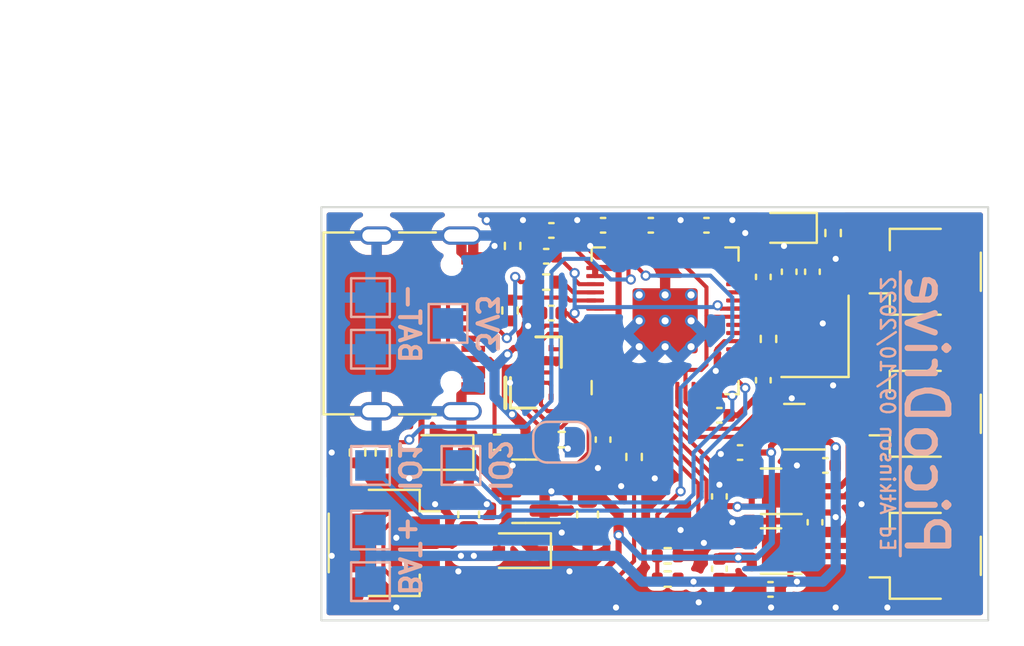
<source format=kicad_pcb>
(kicad_pcb (version 20211014) (generator pcbnew)
  (layers (0 "F.Cu" signal) (31 "B.Cu" signal) (34 "B.Paste" user) (35 "F.Paste" user) (36 "B.SilkS" user "B.Silkscreen") (37 "F.SilkS" user "F.Silkscreen") (38 "B.Mask" user) (39 "F.Mask" user) (44 "Edge.Cuts" user))
  (net 0 "")
  (net 1 "+3V3")
  (net 2 "/IBUS")
  (net 3 "GND")
  (net 4 "/M1+")
  (net 5 "/M1-")
  (net 6 "/M2+")
  (net 7 "/M2-")
  (net 8 "/M3+")
  (net 9 "/M3-")
  (net 10 "+BATT")
  (net 11 "QSPI_SS")
  (net 12 "QSPI_D1")
  (net 13 "QSPI_D2")
  (net 14 "QSPI_D0")
  (net 15 "QSPI_SCLK")
  (net 16 "QSPI_D3")
  (net 23 "+1V1")
  (net 36 "Net-(P1-PadA5)")
  (net 37 "Net-(P1-PadB5)")
  (net 38 "Net-(R4-Pad1)")
  (net 39 "USB_DP")
  (net 40 "USB_DM")
  (net 41 "Net-(R6-Pad2)")
  (net 42 "/IO_1")
  (net 43 "/IO_2")
  (net 44 "Net-(C1-Pad1)")
  (net 45 "Net-(JP1-Pad1)")
  (net 46 "Net-(R7-Pad2)")
  (net 47 "/VBUS")
  (net 48 "Net-(D3-Pad1)")
  (net 49 "Net-(D3-Pad2)")
  (net 50 "/M3B")
  (net 51 "/M3A")
  (net 52 "/M2B")
  (net 53 "/M2A")
  (net 54 "/M1B")
  (net 55 "/M1A")
  (net 56 "Net-(R5-Pad2)")
  (net 59 "Net-(C5-Pad1)")
  (net 60 "Net-(C6-Pad1)")
  (net 61 "Net-(R8-Pad2)")
  (net 62 "Net-(R10-Pad2)")
  (footprint "Package_SON:WSON-8-1EP_2x2mm_P0.5mm_EP0.9x1.6mm" (layer "F.Cu") (at 164.465 68.345 180)
    (fp_text reference "U6" hide)
    (fp_text value "DRV8837")
  )
  (footprint "Resistor_SMD:R_0402_1005Metric" (layer "F.Cu") (at 164.338 57.912 -90)
    (fp_text reference "R4" hide)
    (fp_text value "1K")
  )
  (footprint "Capacitor_SMD:C_0402_1005Metric" (layer "F.Cu") (at 161.925 69.215 -90)
    (fp_text reference "C17" hide)
    (fp_text value "100n")
  )
  (footprint "Capacitor_SMD:C_0402_1005Metric" (layer "F.Cu") (at 161.925 61.6712)
    (fp_text reference "C13" hide)
    (fp_text value "100n")
  )
  (footprint "Capacitor_SMD:C_0402_1005Metric" (layer "F.Cu") (at 156.21 52.324 180)
    (fp_text reference "C11" hide)
    (fp_text value "100n")
  )
  (footprint "Capacitor_SMD:C_0603_1608Metric" (layer "F.Cu") (at 155.448 66.548 -90)
    (fp_text reference "C3" hide)
    (fp_text value "10u")
  )
  (footprint "Resistor_SMD:R_0402_1005Metric" (layer "F.Cu") (at 153.416 55.118)
    (fp_text reference "R6" hide)
    (fp_text value "27R4")
  )
  (footprint "Capacitor_SMD:C_0402_1005Metric" (layer "F.Cu") (at 162.941 63.5 180)
    (fp_text reference "C15" hide)
    (fp_text value "100n")
  )
  (footprint "Local:8-USON" (layer "F.Cu") (at 152.908 59.563 90)
    (fp_text reference "U1" hide)
    (fp_text value "W25Q32JVSS" hide)
  )
  (footprint "Capacitor_SMD:C_0402_1005Metric" (layer "F.Cu") (at 164.437 70.231 180)
    (fp_text reference "C20" hide)
    (fp_text value "100n")
  )
  (footprint "Connector_JST:JST_SH_SM02B-SRSS-TB_1x02-1MP_P1.00mm_Horizontal" (layer "F.Cu") (at 172.085 68.58 90)
    (fp_text reference "J3" hide)
    (fp_text value "M3")
  )
  (footprint "Package_SON:WSON-8-1EP_2x2mm_P0.5mm_EP0.9x1.6mm" (layer "F.Cu") (at 165.608 62.23 180)
    (fp_text reference "U4" hide)
    (fp_text value "DRV8837")
  )
  (footprint "Resistor_SMD:R_0402_1005Metric" (layer "F.Cu") (at 151.765 53.34 -90)
    (fp_text reference "R1" hide)
    (fp_text value "5K1")
  )
  (footprint "Capacitor_SMD:C_0402_1005Metric" (layer "F.Cu") (at 164.084 59.944 -90)
    (fp_text reference "C5" hide)
    (fp_text value "27p")
  )
  (footprint "Capacitor_SMD:C_0402_1005Metric" (layer "F.Cu") (at 153.67 52.578 180)
    (fp_text reference "C14" hide)
    (fp_text value "100n")
  )
  (footprint "LED_SMD:LED_0603_1608Metric" (layer "F.Cu") (at 165.227 52.451 180)
    (fp_text reference "D3" hide)
    (fp_text value "LED GREEN")
  )
  (footprint "Resistor_SMD:R_0402_1005Metric" (layer "F.Cu") (at 159.385 68.58)
    (fp_text reference "R11" hide)
    (fp_text value "1K")
  )
  (footprint "Resistor_SMD:R_0402_1005Metric" (layer "F.Cu") (at 144.145 63.5 -90)
    (fp_text reference "R9" hide)
    (fp_text value "1K")
  )
  (footprint "Crystal:Crystal_SMD_3225-4Pin_3.2x2.5mm" (layer "F.Cu") (at 166.624 57.785 90)
    (fp_text reference "Y1" hide)
    (fp_text value "Crystal_GND2")
  )
  (footprint "Package_SON:WSON-8-1EP_2x2mm_P0.5mm_EP0.9x1.6mm" (layer "F.Cu") (at 164.465 65.405 180)
    (fp_text reference "U5" hide)
    (fp_text value "DRV8837")
  )
  (footprint "Diode_SMD:D_SOD-323" (layer "F.Cu") (at 152.146 68.326 180)
    (fp_text reference "D2" hide)
    (fp_text value "1N5819")
  )
  (footprint "Diode_SMD:D_SOD-323" (layer "F.Cu") (at 148.336 63.5 180)
    (fp_text reference "D1" hide)
    (fp_text value "1N5819")
  )
  (footprint "Connector_USB:USB_C_Receptacle_Palconn_UTC16-G" (layer "F.Cu") (at 147.32 57.15 -90)
    (fp_text reference "P1" hide)
    (fp_text value "USB_C_Plug_USB2.0")
  )
  (footprint "Local:RP2040-QFN-56" (layer "F.Cu") (at 159.258 57.023 90)
    (fp_text reference "U3" hide)
    (fp_text value "RP2040")
  )
  (footprint "Resistor_SMD:R_0402_1005Metric" (layer "F.Cu") (at 154.178 62.865)
    (fp_text reference "R3" hide)
    (fp_text value "1K")
  )
  (footprint "Connector_JST:JST_SH_SM02B-SRSS-TB_1x02-1MP_P1.00mm_Horizontal" (layer "F.Cu") (at 172.085 54.61 90)
    (fp_text reference "J1" hide)
    (fp_text value "M1")
  )
  (footprint "Resistor_SMD:R_0402_1005Metric" (layer "F.Cu") (at 151.638 56.515 90)
    (fp_text reference "R5" hide)
    (fp_text value "27R4")
  )
  (footprint "Connector_JST:JST_SH_SM02B-SRSS-TB_1x02-1MP_P1.00mm_Horizontal" (layer "F.Cu") (at 172.085 61.595 90)
    (fp_text reference "J2" hide)
    (fp_text value "M2")
  )
  (footprint "Capacitor_SMD:C_0402_1005Metric" (layer "F.Cu") (at 153.67 56.642 180)
    (fp_text reference "C7" hide)
    (fp_text value "100n")
  )
  (footprint "Resistor_SMD:R_0402_1005Metric" (layer "F.Cu") (at 167.513 52.705 -90)
    (fp_text reference "R12" hide)
    (fp_text value "220R")
  )
  (footprint "Capacitor_SMD:C_0603_1608Metric" (layer "F.Cu") (at 149.606 66.548 90)
    (fp_text reference "C1" hide)
    (fp_text value "10u")
  )
  (footprint "Capacitor_SMD:C_0402_1005Metric" (layer "F.Cu") (at 161.925 65.659 90)
    (fp_text reference "C16" hide)
    (fp_text value "100n")
  )
  (footprint "Capacitor_SMD:C_0402_1005Metric" (layer "F.Cu") (at 158.5555 52.324)
    (fp_text reference "C8" hide)
    (fp_text value "1u")
  )
  (footprint "Capacitor_SMD:C_0402_1005Metric" (layer "F.Cu") (at 166.624 66.929 -90)
    (fp_text reference "C19" hide)
    (fp_text value "100n")
  )
  (footprint "Capacitor_SMD:C_0402_1005Metric" (layer "F.Cu") (at 153.416 53.848 180)
    (fp_text reference "C2" hide)
    (fp_text value "1u")
  )
  (footprint "Resistor_SMD:R_0402_1005Metric" (layer "F.Cu") (at 151.003 62.992 180)
    (fp_text reference "R2" hide)
    (fp_text value "5K1")
  )
  (footprint "Capacitor_SMD:C_0402_1005Metric" (layer "F.Cu") (at 167.132 64.135 180)
    (fp_text reference "C18" hide)
    (fp_text value "100n")
  )
  (footprint "Capacitor_SMD:C_0402_1005Metric" (layer "F.Cu") (at 164.084 54.864 90)
    (fp_text reference "C4" hide)
    (fp_text value "100n")
  )
  (footprint "Package_TO_SOT_SMD:SOT-23" (layer "F.Cu") (at 152.4 65.405 180)
    (fp_text reference "U2" hide)
    (fp_text value "XC6206PxxxMR")
  )
  (footprint "Capacitor_SMD:C_0402_1005Metric" (layer "F.Cu") (at 165.354 54.61 90)
    (fp_text reference "C10" hide)
    (fp_text value "100n")
  )
  (footprint "Resistor_SMD:R_0402_1005Metric" (layer "F.Cu") (at 145.415 63.5 90)
    (fp_text reference "R8" hide)
    (fp_text value "3K3")
  )
  (footprint "Resistor_SMD:R_0402_1005Metric" (layer "F.Cu") (at 157.734 63.7165 90)
    (fp_text reference "R7" hide)
    (fp_text value "1K2")
  )
  (footprint "Connector_JST:JST_SH_SM03B-SRSS-TB_1x03-1MP_P1.00mm_Horizontal" (layer "F.Cu") (at 145.415 67.945 -90)
    (fp_text reference "J4" hide)
    (fp_text value "RECEIVER")
  )
  (footprint "Capacitor_SMD:C_0402_1005Metric" (layer "F.Cu") (at 161.29 52.324)
    (fp_text reference "C12" hide)
    (fp_text value "100n")
  )
  (footprint "Capacitor_SMD:C_0402_1005Metric" (layer "F.Cu") (at 156.21 62.865 -90)
    (fp_text reference "C9" hide)
    (fp_text value "100n")
  )
  (footprint "Capacitor_SMD:C_0402_1005Metric" (layer "F.Cu") (at 166.497 54.61 90)
    (fp_text reference "C6" hide)
    (fp_text value "27p")
  )
  (footprint "Resistor_SMD:R_0402_1005Metric" (layer "F.Cu") (at 159.385 69.723 180)
    (fp_text reference "R10" hide)
    (fp_text value "3K3")
  )
  (footprint "TestPoint:TestPoint_Pad_1.5x1.5mm" (layer "B.Cu") (at 144.78 55.88 180)
    (fp_text reference "TP3" hide)
    (fp_text value "BAT-")
  )
  (footprint "TestPoint:TestPoint_Pad_1.5x1.5mm" (layer "B.Cu") (at 144.78 64.135 180)
    (fp_text reference "TP5" hide)
    (fp_text value "PWM1")
  )
  (footprint "Jumper:SolderJumper-2_P1.3mm_Open_RoundedPad1.0x1.5mm" (layer "B.Cu") (at 154.178 62.992 180)
    (fp_text reference "JP1" hide)
    (fp_text value "Jumper_2_Open")
  )
  (footprint "TestPoint:TestPoint_Pad_1.5x1.5mm" (layer "B.Cu") (at 144.78 67.31 180)
    (fp_text reference "TP1" hide)
    (fp_text value "BAT+")
  )
  (footprint "TestPoint:TestPoint_Pad_1.5x1.5mm" (layer "B.Cu") (at 148.59 57.15 180)
    (fp_text reference "TP7" hide)
    (fp_text value "3V3")
  )
  (footprint "TestPoint:TestPoint_Pad_1.5x1.5mm" (layer "B.Cu") (at 144.78 58.42 180)
    (fp_text reference "TP4" hide)
    (fp_text value "BAT-")
  )
  (footprint "TestPoint:TestPoint_Pad_1.5x1.5mm" (layer "B.Cu") (at 144.78 69.85 180)
    (fp_text reference "TP2" hide)
    (fp_text value "BAT+")
  )
  (footprint "TestPoint:TestPoint_Pad_1.5x1.5mm" (layer "B.Cu") (at 149.225 64.135 180)
    (fp_text reference "TP6" hide)
    (fp_text value "PWM2")
  )
  (gr_line (start 170.815 68.58) (end 170.815 54.61) (layer "B.SilkS") (width 0.15))
  (gr_rect (start 142.367 51.435) (end 175.133 71.755) (layer "Edge.Cuts") (width 0.1) (fill none))
  (gr_text "PicoDrive" (at 172.085 61.595 270) (layer "B.SilkS") (effects (font (size 2 2) (thickness 0.3)) (justify mirror)))
  (gr_text "3V3" (at 150.495 57.15 270) (layer "B.SilkS") (effects (font (size 1 1) (thickness 0.2)) (justify mirror)))
  (gr_text "IO1" (at 146.685 64.135 270) (layer "B.SilkS") (effects (font (size 1 1) (thickness 0.2)) (justify mirror)))
  (gr_text "BAT-" (at 146.685 57.15 270) (layer "B.SilkS") (effects (font (size 1 1) (thickness 0.2)) (justify mirror)))
  (gr_text "IO2" (at 151.13 64.135 270) (layer "B.SilkS") (effects (font (size 1 1) (thickness 0.2)) (justify mirror)))
  (gr_text "BAT+" (at 146.685 68.58 270) (layer "B.SilkS") (effects (font (size 1 1) (thickness 0.2)) (justify mirror)))
  (gr_text "Ed Atkinson 09/10/2022" (at 170.18 61.595 270) (layer "B.SilkS") (effects (font (size 0.7 0.7) (thickness 0.12)) (justify mirror)))
  (segment (start 152.4 62.286172) (end 151.734523 61.620695) (width 0.5) (layer "F.Cu") (net 1))
  (segment (start 156.972 59.182) (end 156.972 56.896) (width 0.3) (layer "F.Cu") (net 1))
  (segment (start 162.6955 56.823) (end 161.344 56.823) (width 0.2) (layer "F.Cu") (net 1))
  (segment (start 156.972 56.896) (end 156.972 56.388) (width 0.3) (layer "F.Cu") (net 1))
  (segment (start 156.972 66.548) (end 156.197 65.773) (width 0.5) (layer "F.Cu") (net 1))
  (segment (start 146.74 68.945) (end 147.899 70.104) (width 0.3) (layer "F.Cu") (net 1))
  (segment (start 155.55048 63.52452) (end 155.55048 62.20548) (width 0.3) (layer "F.Cu") (net 1))
  (segment (start 156.972 68.072) (end 156.972 67.564) (width 0.3) (layer "F.Cu") (net 1))
  (segment (start 156.60848 59.907514) (end 156.60848 60.4605) (width 0.3) (layer "F.Cu") (net 1))
  (segment (start 151.683489 58.501511) (end 151.511 58.674) (width 0.3) (layer "F.Cu") (net 1))
  (segment (start 160.258 52.7885) (end 160.7225 52.324) (width 0.2) (layer "F.Cu") (net 1))
  (segment (start 156.956574 68.595426) (end 155.448 70.104) (width 0.3) (layer "F.Cu") (net 1))
  (segment (start 163.421 63.5) (end 164.465 63.5) (width 0.3) (layer "F.Cu") (net 1))
  (segment (start 152.4 62.286172) (end 152.4 63.5175) (width 0.5) (layer "F.Cu") (net 1))
  (segment (start 160.258 59.452) (end 160.274 59.436) (width 0.2) (layer "F.Cu") (net 1))
  (segment (start 162.814 66.167) (end 162.826 66.155) (width 0.3) (layer "F.Cu") (net 1))
  (segment (start 160.258 53.5855) (end 160.258 54.372) (width 0.2) (layer "F.Cu") (net 1))
  (segment (start 152.4 63.5175) (end 153.3375 64.455) (width 0.5) (layer "F.Cu") (net 1))
  (segment (start 160.258 53.5855) (end 160.258 52.7885) (width 0.2) (layer "F.Cu") (net 1))
  (segment (start 161.925 68.735) (end 161.990489 68.669511) (width 0.5) (layer "F.Cu") (net 1))
  (segment (start 153.3375 64.455) (end 154.62 64.455) (width 0.5) (layer "F.Cu") (net 1))
  (segment (start 161.344 56.823) (end 161.29 56.769) (width 0.2) (layer "F.Cu") (net 1))
  (segment (start 156.899 56.823) (end 156.972 56.896) (width 0.2) (layer "F.Cu") (net 1))
  (segment (start 147.899 70.104) (end 154.94 70.104) (width 0.3) (layer "F.Cu") (net 1))
  (segment (start 164.465 63.5) (end 164.465 63.173) (width 0.3) (layer "F.Cu") (net 1))
  (segment (start 156.658 54.188006) (end 156.658 53.5855) (width 0.2) (layer "F.Cu") (net 1))
  (segment (start 155.8205 56.423) (end 156.937 56.423) (width 0.2) (layer "F.Cu") (net 1))
  (segment (start 156.972 56.388) (end 156.972 54.864) (width 0.3) (layer "F.Cu") (net 1))
  (segment (start 164.658 62.48) (end 164.658 62.98) (width 0.3) (layer "F.Cu") (net 1))
  (segment (start 156.972 54.864) (end 156.972 54.502006) (width 0.3) (layer "F.Cu") (net 1))
  (segment (start 161.036 59.436) (end 161.29 59.182) (width 0.2) (layer "F.Cu") (net 1))
  (segment (start 156.892994 54.423) (end 156.658 54.188006) (width 0.3) (layer "F.Cu") (net 1))
  (segment (start 155.55048 62.20548) (end 155.6425 62.2975) (width 0.3) (layer "F.Cu") (net 1))
  (segment (start 155.448 70.104) (end 154.94 70.104) (width 0.3) (layer "F.Cu") (net 1))
  (segment (start 160.258 61.0035) (end 160.9765 61.722) (width 0.2) (layer "F.Cu") (net 1))
  (segment (start 154.2375 52.8915) (end 155.769 54.423) (width 0.2) (layer "F.Cu") (net 1))
  (segment (start 162.6955 56.823) (end 163.822141 56.823) (width 0.2) (layer "F.Cu") (net 1))
  (segment (start 160.274 59.436) (end 157.226 59.436) (width 0.3) (layer "F.Cu") (net 1))
  (segment (start 162.786 66.139) (end 162.814 66.167) (width 0.3) (layer "F.Cu") (net 1))
  (segment (start 163.515 65.655) (end 163.515 66.155) (width 0.3) (layer "F.Cu") (net 1))
  (segment (start 163.515 69.095) (end 163.515 68.669511) (width 0.5) (layer "F.Cu") (net 1))
  (segment (start 156.658 52.4435) (end 156.7775 52.324) (width 0.2) (layer "F.Cu") (net 1))
  (segment (start 156.60848 52.49302) (end 156.7775 52.324) (width 0.3) (layer "F.Cu") (net 1))
  (segment (start 160.258 60.4605) (end 160.258 59.452) (width 0.2) (layer "F.Cu") (net 1))
  (segment (start 161.990489 68.669511) (end 162.851489 68.669511) (width 0.5) (layer "F.Cu") (net 1))
  (segment (start 152.158 58.363) (end 151.822 58.363) (width 0.3) (layer "F.Cu") (net 1))
  (segment (start 164.465 63.173) (end 164.658 62.98) (width 0.3) (layer "F.Cu") (net 1))
  (segment (start 157.988 52.324) (end 156.7775 52.324) (width 0.3) (layer "F.Cu") (net 1))
  (segment (start 165.354 55.291141) (end 165.354 55.1775) (width 0.2) (layer "F.Cu") (net 1))
  (segment (start 160.29 54.372) (end 160.258 54.372) (width 0.2) (layer "F.Cu") (net 1))
  (segment (start 156.972 54.502006) (end 156.892994 54.423) (width 0.3) (layer "F.Cu") (net 1))
  (segment (start 160.258 60.4605) (end 160.258 61.0035) (width 0.2) (layer "F.Cu") (net 1))
  (segment (start 155.55048 62.20548) (end 155.55048 60.965514) (width 0.3) (layer "F.Cu") (net 1))
  (segment (start 161.29 57.15) (end 161.29 56.769) (width 0.2) (layer "F.Cu") (net 1))
  (segment (start 156.60848 54.138486) (end 156.60848 52.49302) (width 0.3) (layer "F.Cu") (net 1))
  (segment (start 161.29 56.769) (end 161.29 55.372) (width 0.2) (layer "F.Cu") (net 1))
  (segment (start 155.8205 54.423) (end 156.892994 54.423) (width 0.3) (layer "F.Cu") (net 1))
  (segment (start 161.925 66.139) (end 162.786 66.139) (width 0.3) (layer "F.Cu") (net 1))
  (segment (start 154.2375 52.578) (end 154.2375 52.8915) (width 0.2) (layer "F.Cu") (net 1))
  (segment (start 157.099 59.416994) (end 156.60848 59.907514) (width 0.3) (layer "F.Cu") (net 1))
  (segment (start 163.822141 56.823) (end 165.354 55.291141) (width 0.2) (layer "F.Cu") (net 1))
  (segment (start 161.29 59.182) (end 161.29 57.15) (width 0.2) (layer "F.Cu") (net 1))
  (segment (start 154.62 64.455) (end 155.448 65.283) (width 0.5) (layer "F.Cu") (net 1))
  (segment (start 155.769 54.423) (end 155.8205 54.423) (width 0.2) (layer "F.Cu") (net 1))
  (segment (start 161.29 55.372) (end 160.29 54.372) (width 0.2) (layer "F.Cu") (net 1))
  (segment (start 161.7385 61.722) (end 160.9765 61.722) (width 0.2) (layer "F.Cu") (net 1))
  (segment (start 156.972 68.58) (end 156.956574 68.595426) (width 0.3) (layer "F.Cu") (net 1))
  (segment (start 155.448 65.773) (end 156.197 65.773) (width 0.5) (layer "F.Cu") (net 1))
  (segment (start 155.8205 56.823) (end 156.899 56.823) (width 0.2) (layer "F.Cu") (net 1))
  (segment (start 155.8205 54.423) (end 155.8205 54.77348) (width 0.3) (layer "F.Cu") (net 1))
  (segment (start 156.972 68.072) (end 156.972 68.58) (width 0.3) (layer "F.Cu") (net 1))
  (segment (start 160.274 59.436) (end 161.036 59.436) (width 0.2) (layer "F.Cu") (net 1))
  (segment (start 151.822 58.363) (end 151.683489 58.501511) (width 0.3) (layer "F.Cu") (net 1))
  (segment (start 162.851489 68.669511) (end 163.515 68.669511) (width 0.5) (layer "F.Cu") (net 1))
  (segment (start 157.099 59.309) (end 156.972 59.182) (width 0.3) (layer "F.Cu") (net 1))
  (segment (start 155.55048 60.965514) (end 156.60848 59.907514) (width 0.3) (layer "F.Cu") (net 1))
  (segment (start 156.937 56.423) (end 156.972 56.388) (width 0.2) (layer "F.Cu") (net 1))
  (segment (start 155.55048 63.52452) (end 154.62 64.455) (width 0.3) (layer "F.Cu") (net 1))
  (segment (start 156.972 66.548) (end 156.972 67.564) (width 0.5) (layer "F.Cu") (net 1))
  (segment (start 155.6425 62.2975) (end 156.21 62.2975) (width 0.3) (layer "F.Cu") (net 1))
  (segment (start 157.099 59.309) (end 157.099 59.416994) (width 0.3) (layer "F.Cu") (net 1))
  (segment (start 155.448 65.773) (end 155.448 65.283) (width 0.5) (layer "F.Cu") (net 1))
  (segment (start 162.826 66.155) (end 163.515 66.155) (width 0.3) (layer "F.Cu") (net 1))
  (segment (start 157.226 59.436) (end 157.099 59.309) (width 0.3) (layer "F.Cu") (net 1))
  (segment (start 155.273 65.598) (end 155.448 65.773) (width 0.5) (layer "F.Cu") (net 1))
  (via (at 162.814 66.167) (size 0.5) (drill 0.3) (layers "F.Cu" "B.Cu") (net 1))
  (via (at 151.736108 61.619111) (size 0.5) (drill 0.3) (layers "F.Cu" "B.Cu") (net 1))
  (via (at 151.511 58.674) (size 0.5) (drill 0.3) (layers "F.Cu" "B.Cu") (net 1))
  (via (at 162.851489 68.669511) (size 0.5) (drill 0.3) (layers "F.Cu" "B.Cu") (net 1))
  (via (at 164.465 63.5) (size 0.5) (drill 0.3) (layers "F.Cu" "B.Cu") (net 1))
  (via (at 156.972 67.564) (size 0.5) (drill 0.3) (layers "F.Cu" "B.Cu") (net 1))
  (segment (start 163.755915 68.669511) (end 163.964713 68.460713) (width 0.3) (layer "B.Cu") (net 1))
  (segment (start 164.501947 63.536947) (end 164.465 63.5) (width 0.3) (layer "B.Cu") (net 1))
  (segment (start 150.876 59.309) (end 150.876 60.759003) (width 0.5) (layer "B.Cu") (net 1))
  (segment (start 162.814 66.167) (end 164.411894 66.167) (width 0.3) (layer "B.Cu") (net 1))
  (segment (start 164.501947 66.638053) (end 164.501947 66.076947) (width 0.3) (layer "B.Cu") (net 1))
  (segment (start 163.964713 68.460713) (end 164.501947 67.923479) (width 0.3) (layer "B.Cu") (net 1))
  (segment (start 162.851489 68.669511) (end 163.755915 68.669511) (width 0.3) (layer "B.Cu") (net 1))
  (segment (start 164.411894 66.167) (end 164.501947 66.076947) (width 0.3) (layer "B.Cu") (net 1))
  (segment (start 164.501947 67.923479) (end 164.501947 66.638053) (width 0.3) (layer "B.Cu") (net 1))
  (segment (start 151.511 58.674) (end 150.876 59.309) (width 0.5) (layer "B.Cu") (net 1))
  (segment (start 158.077511 68.669511) (end 162.851489 68.669511) (width 0.3) (layer "B.Cu") (net 1))
  (segment (start 150.749 59.309) (end 150.876 59.309) (width 0.5) (layer "B.Cu") (net 1))
  (segment (start 148.59 57.15) (end 150.749 59.309) (width 0.5) (layer "B.Cu") (net 1))
  (segment (start 164.501947 66.638053) (end 164.501947 63.536947) (width 0.3) (layer "B.Cu") (net 1))
  (segment (start 163.83 68.595426) (end 163.964713 68.460713) (width 0.3) (layer "B.Cu") (net 1))
  (segment (start 156.972 67.564) (end 158.077511 68.669511) (width 0.3) (layer "B.Cu") (net 1))
  (segment (start 150.876 60.759003) (end 151.736108 61.619111) (width 0.5) (layer "B.Cu") (net 1))
  (segment (start 157.058 60.4605) (end 157.058 63.638) (width 0.2) (layer "F.Cu") (net 2))
  (segment (start 145.415 69.215) (end 145.415 67.31) (width 0.2) (layer "F.Cu") (net 2))
  (segment (start 157.058 63.638) (end 157.734 64.314) (width 0.2) (layer "F.Cu") (net 2))
  (segment (start 157.734 64.314) (end 157.734 68.834) (width 0.2) (layer "F.Cu") (net 2))
  (segment (start 155.956 70.612) (end 146.812 70.612) (width 0.2) (layer "F.Cu") (net 2))
  (segment (start 145.78 66.945) (end 146.74 66.945) (width 0.2) (layer "F.Cu") (net 2))
  (segment (start 145.415 67.31) (end 145.78 66.945) (width 0.2) (layer "F.Cu") (net 2))
  (segment (start 146.812 70.612) (end 145.415 69.215) (width 0.2) (layer "F.Cu") (net 2))
  (segment (start 157.734 68.834) (end 155.956 70.612) (width 0.2) (layer "F.Cu") (net 2))
  (segment (start 165.735 62.357) (end 165.608 62.23) (width 0.3) (layer "F.Cu") (net 3))
  (segment (start 165.735 64.135) (end 165.735 64.335) (width 0.3) (layer "F.Cu") (net 3))
  (segment (start 164.465 65.405) (end 164.465 68.345) (width 0.3) (layer "F.Cu") (net 3))
  (segment (start 165.415 67.595) (end 164.840978 67.595) (width 0.3) (layer "F.Cu") (net 3))
  (segment (start 165.354 53.594) (end 165.1 53.34) (width 0.2) (layer "F.Cu") (net 3))
  (segment (start 162.6955 58.023) (end 162.163705 58.023) (width 0.2) (layer "F.Cu") (net 3))
  (segment (start 162.405 61.6712) (end 162.8368 61.6712) (width 0.3) (layer "F.Cu") (net 3))
  (segment (start 153.658 60.21) (end 153.67 60.198) (width 0.2) (layer "F.Cu") (net 3))
  (segment (start 164.493 60.833) (end 164.084 60.424) (width 0.3) (layer "F.Cu") (net 3))
  (segment (start 165.354 54.13) (end 165.354 53.594) (width 0.2) (layer "F.Cu") (net 3))
  (segment (start 151.765 52.83) (end 152.938 52.83) (width 0.5) (layer "F.Cu") (net 3))
  (segment (start 153.67 60.198) (end 153.543 60.071) (width 0.2) (layer "F.Cu") (net 3))
  (segment (start 153.162 56.642) (end 152.527 57.277) (width 0.2) (layer "F.Cu") (net 3))
  (segment (start 150.266 53.95) (end 150.876 53.34) (width 0.3) (layer "F.Cu") (net 3))
  (segment (start 151.386 52.83) (end 150.876 53.34) (width 0.3) (layer "F.Cu") (net 3))
  (segment (start 164.465 67.970978) (end 164.465 68.345) (width 0.3) (layer "F.Cu") (net 3))
  (segment (start 166.128 61.48) (end 165.481 60.833) (width 0.3) (layer "F.Cu") (net 3))
  (segment (start 165.608 62.23) (end 165.608 60.96) (width 0.3) (layer "F.Cu") (net 3))
  (segment (start 153.19 56.642) (end 153.162 56.642) (width 0.2) (layer "F.Cu") (net 3))
  (segment (start 149.83 53.95) (end 150.266 53.95) (width 0.3) (layer "F.Cu") (net 3))
  (segment (start 165.735 64.135) (end 165.735 62.357) (width 0.3) (layer "F.Cu") (net 3))
  (segment (start 152.936 53.848) (end 152.936 52.832) (width 0.5) (layer "F.Cu") (net 3))
  (segment (start 152.938 52.83) (end 153.19 52.578) (width 0.5) (layer "F.Cu") (net 3))
  (segment (start 162.8368 61.6712) (end 164.084 60.424) (width 0.3) (layer "F.Cu") (net 3))
  (segment (start 165.1 54.2965) (end 165.354 54.0425) (width 0.3) (layer "F.Cu") (net 3))
  (segment (start 164.465 64.897) (end 164.707 64.655) (width 0.3) (layer "F.Cu") (net 3))
  (segment (start 165.42 62.48) (end 165.42 62.98) (width 0.3) (layer "F.Cu") (net 3))
  (segment (start 161.798 59.43602) (end 161.747212 59.486808) (width 0.2) (layer "F.Cu") (net 3))
  (segment (start 159.766 52.324) (end 160.02 52.07) (width 0.2) (layer "F.Cu") (net 3))
  (segment (start 165.608 60.96) (end 165.481 60.833) (width 0.3) (layer "F.Cu") (net 3))
  (segment (start 161.798 58.388705) (end 161.798 59.43602) (width 0.2) (layer "F.Cu") (net 3))
  (segment (start 164.707 64.655) (end 165.415 64.655) (width 0.3) (layer "F.Cu") (net 3))
  (segment (start 164.840978 67.595) (end 164.465 67.970978) (width 0.3) (layer "F.Cu") (net 3))
  (segment (start 166.558 61.48) (end 166.128 61.48) (width 0.3) (layer "F.Cu") (net 3))
  (segment (start 153.543 60.071) (end 151.638 60.071) (width 0.2) (layer "F.Cu") (net 3))
  (segment (start 162.163705 58.023) (end 161.798 58.388705) (width 0.2) (layer "F.Cu") (net 3))
  (segment (start 164.084 54.384) (end 165.1 54.384) (width 0.2) (layer "F.Cu") (net 3))
  (segment (start 165.481 60.833) (end 164.493 60.833) (width 0.3) (layer "F.Cu") (net 3))
  (segment (start 165.735 64.335) (end 165.415 64.655) (width 0.3) (layer "F.Cu") (net 3))
  (segment (start 152.936 52.832) (end 153.19 52.578) (width 0.5) (layer "F.Cu") (net 3))
  (segment (start 159.123 52.324) (end 159.766 52.324) (width 0.2) (layer "F.Cu") (net 3))
  (segment (start 166.652 64.135) (end 165.735 64.135) (width 0.3) (layer "F.Cu") (net 3))
  (segment (start 151.765 52.83) (end 151.386 52.83) (width 0.3) (layer "F.Cu") (net 3))
  (segment (start 164.465 65.405) (end 164.465 64.897) (width 0.3) (layer "F.Cu") (net 3))
  (segment (start 153.658 60.763) (end 153.658 60.21) (width 0.2) (layer "F.Cu") (net 3))
  (segment (start 165.1 54.384) (end 165.354 54.13) (width 0.2) (layer "F.Cu") (net 3))
  (via (at 162.56 66.929) (size 0.5) (drill 0.3) (layers "F.Cu" "B.Cu") (net 3))
  (via (at 165.735 64.135) (size 0.5) (drill 0.3) (layers "F.Cu" "B.Cu") (net 3))
  (via (at 167.513 60.198) (size 0.5) (drill 0.3) (layers "F.Cu" "B.Cu") (net 3))
  (via (at 146.05 67.691) (size 0.5) (drill 0.3) (layers "F.Cu" "B.Cu") (net 3))
  (via (at 165.481 60.833) (size 0.5) (drill 0.3) (layers "F.Cu" "B.Cu") (net 3))
  (via (at 167.64 71.12) (size 0.5) (drill 0.3) (layers "F.Cu" "B.Cu") (net 3))
  (via (at 150.876 53.34) (size 0.5) (drill 0.3) (layers "F.Cu" "B.Cu") (net 3))
  (via (at 142.875 63.5) (size 0.5) (drill 0.3) (layers "F.Cu" "B.Cu") (net 3))
  (via (at 170.18 71.12) (size 0.5) (drill 0.3) (layers "F.Cu" "B.Cu") (net 3))
  (via (at 161.163 67.945) (size 0.5) (drill 0.3) (layers "F.Cu" "B.Cu") (net 3))
  (via (at 154.559 69.342) (size 0.5) (drill 0.3) (layers "F.Cu" "B.Cu") (net 3))
  (via (at 150.495 52.07) (size 0.5) (drill 0.3) (layers "F.Cu" "B.Cu") (net 3))
  (via (at 151.638 60.071) (size 0.5) (drill 0.3) (layers "F.Cu" "B.Cu") (net 3))
  (via (at 156.845 71.12) (size 0.5) (drill 0.3) (layers "F.Cu" "B.Cu") (net 3))
  (via (at 154.94 52.07) (size 0.5) (drill 0.3) (layers "F.Cu" "B.Cu") (net 3))
  (via (at 142.875 68.58) (size 0.5) (drill 0.3) (layers "F.Cu" "B.Cu") (net 3))
  (via (at 147.955 66.04) (size 0.5) (drill 0.3) (layers "F.Cu" "B.Cu") (net 3))
  (via (at 160.02 67.31) (size 0.5) (drill 0.3) (layers "F.Cu" "B.Cu") (net 3))
  (via (at 163.195 52.705) (size 0.5) (drill 0.3) (layers "F.Cu" "B.Cu") (net 3))
  (via (at 155.575 53.34) (size 0.5) (drill 0.3) (layers "F.Cu" "B.Cu") (net 3))
  (via (at 161.747212 59.486808) (size 0.5) (drill 0.3) (layers "F.Cu" "B.Cu") (net 3))
  (via (at 158.75 64.77) (size 0.5) (drill 0.3) (layers "F.Cu" "B.Cu") (net 3))
  (via (at 154.178 67.437) (size 0.5) (drill 0.3) (layers "F.Cu" "B.Cu") (net 3))
  (via (at 152.527 57.277) (size 0.5) (drill 0.3) (layers "F.Cu" "B.Cu") (net 3))
  (via (at 153.67 65.405) (size 0.5) (drill 0.3) (layers "F.Cu" "B.Cu") (net 3))
  (via (at 157.099 65.151) (size 0.5) (drill 0.3) (layers "F.Cu" "B.Cu") (net 3))
  (via (at 165.1 53.34) (size 0.5) (drill 0.3) (layers "F.Cu" "B.Cu") (net 3))
  (via (at 146.685 64.77) (size 0.5) (drill 0.3) (layers "F.Cu" "B.Cu") (net 3))
  (via (at 162.56 52.07) (size 0.5) (drill 0.3) (layers "F.Cu" "B.Cu") (net 3))
  (via (at 164.465 71.12) (size 0.5) (drill 0.3) (layers "F.Cu" "B.Cu") (net 3))
  (via (at 168.91 66.04) (size 0.5) (drill 0.3) (layers "F.Cu" "B.Cu") (net 3))
  (via (at 160.02 52.07) (size 0.5) (drill 0.3) (layers "F.Cu" "B.Cu") (net 3))
  (via (at 160.909 70.866) (size 0.5) (drill 0.3) (layers "F.Cu" "B.Cu") (net 3))
  (via (at 161.996056 63.571056) (size 0.5) (drill 0.3) (layers "F.Cu" "B.Cu") (net 3))
  (via (at 150.495 66.04) (size 0.5) (drill 0.3) (layers "F.Cu" "B.Cu") (net 3))
  (via (at 155.956 64.262) (size 0.5) (drill 0.3) (layers "F.Cu" "B.Cu") (net 3))
  (via (at 167.64 53.975) (size 0.5) (drill 0.3) (layers "F.Cu" "B.Cu") (net 3))
  (via (at 151.765 64.135) (size 0.5) (drill 0.3) (layers "F.Cu" "B.Cu") (net 3))
  (via (at 167.005 57.15) (size 0.5) (drill 0.3) (layers "F.Cu" "B.Cu") (net 3))
  (via (at 161.926757 65.084019) (size 0.5) (drill 0.3) (layers "F.Cu" "B.Cu") (net 3))
  (via (at 146.05 71.12) (size 0.5) (drill 0.3) (layers "F.Cu" "B.Cu") (net 3))
  (via (at 149.098 69.342) (size 0.5) (drill 0.3) (layers "F.Cu" "B.Cu") (net 3))
  (via (at 152.273 52.07) (size 0.5) (drill 0.3) (layers "F.Cu" "B.Cu") (net 3))
  (segment (start 166.558 62.48) (end 167.318573 62.48) (width 0.3) (layer "F.Cu") (net 4))
  (segment (start 169.40952 59.055001) (end 169.40952 55.78548) (width 0.3) (layer "F.Cu") (net 4))
  (segment (start 168.068093 61.730479) (end 168.068092 61.238336) (width 0.3) (layer "F.Cu") (net 4))
  (segment (start 169.409519 59.896909) (end 169.40952 59.055001) (width 0.3) (layer "F.Cu") (net 4))
  (segment (start 167.318573 62.48) (end 168.068093 61.730479) (width 0.3) (layer "F.Cu") (net 4))
  (segment (start 168.068092 61.238336) (end 169.409519 59.896909) (width 0.3) (layer "F.Cu") (net 4))
  (segment (start 169.40952 55.78548) (end 170.085 55.11) (width 0.3) (layer "F.Cu") (net 4))
  (segment (start 168.91 54.803573) (end 169.603573 54.11) (width 0.3) (layer "F.Cu") (net 5))
  (segment (start 169.603573 54.11) (end 170.085 54.11) (width 0.3) (layer "F.Cu") (net 5))
  (segment (start 167.157511 61.930489) (end 167.161656 61.930489) (width 0.3) (layer "F.Cu") (net 5))
  (segment (start 167.568573 61.523572) (end 167.568573 61.031427) (width 0.3) (layer "F.Cu") (net 5))
  (segment (start 167.568573 61.031427) (end 168.91 59.69) (width 0.3) (layer "F.Cu") (net 5))
  (segment (start 167.108 61.98) (end 167.157511 61.930489) (width 0.3) (layer "F.Cu") (net 5))
  (segment (start 166.558 61.98) (end 167.108 61.98) (width 0.3) (layer "F.Cu") (net 5))
  (segment (start 168.91 59.69) (end 168.91 54.803573) (width 0.3) (layer "F.Cu") (net 5))
  (segment (start 167.161656 61.930489) (end 167.568573 61.523572) (width 0.3) (layer "F.Cu") (net 5))
  (segment (start 168.77452 62.436908) (end 169.116428 62.095) (width 0.3) (layer "F.Cu") (net 6))
  (segment (start 168.096427 65.655) (end 168.77452 64.976907) (width 0.3) (layer "F.Cu") (net 6))
  (segment (start 165.415 65.655) (end 168.096427 65.655) (width 0.3) (layer "F.Cu") (net 6))
  (segment (start 169.116428 62.095) (end 170.085 62.095) (width 0.3) (layer "F.Cu") (net 6))
  (segment (start 168.77452 64.976907) (end 168.77452 62.436908) (width 0.3) (layer "F.Cu") (net 6))
  (segment (start 168.275 62.23) (end 169.41 61.095) (width 0.3) (layer "F.Cu") (net 7))
  (segment (start 167.89 65.155) (end 168.275 64.77) (width 0.3) (layer "F.Cu") (net 7))
  (segment (start 165.415 65.155) (end 167.89 65.155) (width 0.3) (layer "F.Cu") (net 7))
  (segment (start 168.275 64.77) (end 168.275 62.23) (width 0.3) (layer "F.Cu") (net 7))
  (segment (start 169.41 61.095) (end 170.085 61.095) (width 0.3) (layer "F.Cu") (net 7))
  (segment (start 168.745 69.08) (end 170.085 69.08) (width 0.3) (layer "F.Cu") (net 8))
  (segment (start 165.415 68.595) (end 168.26 68.595) (width 0.3) (layer "F.Cu") (net 8))
  (segment (start 168.26 68.595) (end 168.745 69.08) (width 0.3) (layer "F.Cu") (net 8))
  (segment (start 170.085 68.08) (end 170.07 68.095) (width 0.2) (layer "F.Cu") (net 9))
  (segment (start 170.07 68.095) (end 165.415 68.095) (width 0.3) (layer "F.Cu") (net 9))
  (segment (start 149.225 68.58) (end 150.842 68.58) (width 0.5) (layer "F.Cu") (net 10))
  (segment (start 166.624 66.449) (end 165.709 66.449) (width 0.3) (layer "F.Cu") (net 10))
  (segment (start 165.415 69.733) (end 165.618 69.733) (width 0.3) (layer "F.Cu") (net 10))
  (segment (start 167.64 63.246) (end 167.64 64.361) (width 0.5) (layer "F.Cu") (net 10))
  (segment (start 149.86 68.58) (end 149.225 68.58) (width 0.5) (layer "F.Cu") (net 10))
  (segment (start 167.414 66.449) (end 167.64 66.675) (width 0.3) (layer "F.Cu") (net 10))
  (segment (start 165.415 69.733) (end 164.917 70.231) (width 0.3) (layer "F.Cu") (net 10))
  (segment (start 166.558 62.98) (end 167.374 62.98) (width 0.3) (layer "F.Cu") (net 10))
  (segment (start 160.022 69.85) (end 159.895 69.723) (width 0.2) (layer "F.Cu") (net 10))
  (segment (start 160.655 69.85) (end 160.022 69.85) (width 0.2) (layer "F.Cu") (net 10))
  (segment (start 167.374 62.98) (end 167.64 63.246) (width 0.3) (layer "F.Cu") (net 10))
  (segment (start 165.618 69.733) (end 165.735 69.85) (width 0.3) (layer "F.Cu") (net 10))
  (segment (start 150.842 68.58) (end 151.096 68.326) (width 0.5) (layer "F.Cu") (net 10))
  (segment (start 165.709 66.449) (end 165.415 66.155) (width 0.3) (layer "F.Cu") (net 10))
  (segment (start 165.415 69.095) (end 165.415 69.733) (width 0.3) (layer "F.Cu") (net 10))
  (segment (start 166.624 66.449) (end 167.414 66.449) (width 0.3) (layer "F.Cu") (net 10))
  (via (at 149.86 68.58) (size 0.5) (drill 0.3) (layers "F.Cu" "B.Cu") (net 10))
  (via (at 149.225 68.58) (size 0.5) (drill 0.3) (layers "F.Cu" "B.Cu") (net 10))
  (via (at 167.64 66.675) (size 0.5) (drill 0.3) (layers "F.Cu" "B.Cu") (net 10))
  (via (at 167.64 63.246) (size 0.5) (drill 0.3) (layers "F.Cu" "B.Cu") (net 10))
  (via (at 160.655 69.85) (size 0.5) (drill 0.3) (layers "F.Cu" "B.Cu") (net 10))
  (via (at 165.735 69.85) (size 0.5) (drill 0.3) (layers "F.Cu" "B.Cu") (net 10))
  (segment (start 149.225 68.58) (end 156.845 68.58) (width 0.5) (layer "B.Cu") (net 10))
  (segment (start 144.78 67.31) (end 144.78 68.58) (width 0.5) (layer "B.Cu") (net 10))
  (segment (start 167.005 69.85) (end 165.735 69.85) (width 0.5) (layer "B.Cu") (net 10))
  (segment (start 144.78 68.58) (end 144.78 69.85) (width 0.5) (layer "B.Cu") (net 10))
  (segment (start 149.86 68.58) (end 144.78 68.58) (width 0.5) (layer "B.Cu") (net 10))
  (segment (start 167.64 63.246) (end 167.64 66.675) (width 0.5) (layer "B.Cu") (net 10))
  (segment (start 165.735 69.85) (end 160.655 69.85) (width 0.5) (layer "B.Cu") (net 10))
  (segment (start 149.86 68.58) (end 149.225 68.58) (width 0.5) (layer "B.Cu") (net 10))
  (segment (start 156.845 68.58) (end 158.115 69.85) (width 0.5) (layer "B.Cu") (net 10))
  (segment (start 167.64 66.675) (end 167.64 69.215) (width 0.5) (layer "B.Cu") (net 10))
  (segment (start 167.64 69.215) (end 167.005 69.85) (width 0.5) (layer "B.Cu") (net 10))
  (segment (start 158.115 69.85) (end 160.655 69.85) (width 0.5) (layer "B.Cu") (net 10))
  (segment (start 152.158 61.267034) (end 152.379483 61.488517) (width 0.2) (layer "F.Cu") (net 11))
  (segment (start 155.8205 59.623) (end 155.318006 59.623) (width 0.2) (layer "F.Cu") (net 11))
  (segment (start 152.379483 61.488517) (end 153.158005 62.267039) (width 0.2) (layer "F.Cu") (net 11))
  (segment (start 153.88696 62.26704) (end 153.63296 62.26704) (width 0.2) (layer "F.Cu") (net 11))
  (segment (start 155.318006 59.623) (end 154.977039 59.963967) (width 0.2) (layer "F.Cu") (net 11))
  (segment (start 154.157994 62.26704) (end 153.88696 62.26704) (width 0.2) (layer "F.Cu") (net 11))
  (segment (start 154.97704 61.447994) (end 154.157994 62.26704) (width 0.2) (layer "F.Cu") (net 11))
  (segment (start 153.5805 62.3195) (end 153.5805 62.865) (width 0.2) (layer "F.Cu") (net 11))
  (segment (start 153.63296 62.26704) (end 153.158005 62.267039) (width 0.2) (layer "F.Cu") (net 11))
  (segment (start 154.977039 59.963967) (end 154.97704 61.447994) (width 0.2) (layer "F.Cu") (net 11))
  (segment (start 152.158 60.763) (end 152.158 61.267034) (width 0.2) (layer "F.Cu") (net 11))
  (segment (start 153.63296 62.26704) (end 153.5805 62.3195) (width 0.2) (layer "F.Cu") (net 11))
  (segment (start 152.658 60.763) (end 152.658 61.202028) (width 0.2) (layer "F.Cu") (net 12))
  (segment (start 155.153 59.223) (end 155.8205 59.223) (width 0.2) (layer "F.Cu") (net 12))
  (segment (start 153.992508 61.86752) (end 154.57752 61.282508) (width 0.2) (layer "F.Cu") (net 12))
  (segment (start 154.577519 59.798481) (end 155.153 59.223) (width 0.2) (layer "F.Cu") (net 12))
  (segment (start 152.658 61.202028) (end 153.323492 61.86752) (width 0.2) (layer "F.Cu") (net 12))
  (segment (start 153.323492 61.86752) (end 153.992508 61.86752) (width 0.2) (layer "F.Cu") (net 12))
  (segment (start 154.57752 61.282508) (end 154.577519 59.798481) (width 0.2) (layer "F.Cu") (net 12))
  (segment (start 155.8205 58.823) (end 154.918 58.823) (width 0.2) (layer "F.Cu") (net 13))
  (segment (start 153.158 61.137022) (end 153.158 60.763) (width 0.2) (layer "F.Cu") (net 13))
  (segment (start 153.827022 61.468) (end 153.488978 61.468) (width 0.2) (layer "F.Cu") (net 13))
  (segment (start 154.178 59.563) (end 154.178 61.117022) (width 0.2) (layer "F.Cu") (net 13))
  (segment (start 154.178 61.117022) (end 153.827022 61.468) (width 0.2) (layer "F.Cu") (net 13))
  (segment (start 154.918 58.823) (end 154.178 59.563) (width 0.2) (layer "F.Cu") (net 13))
  (segment (start 153.488978 61.468) (end 153.158 61.137022) (width 0.2) (layer "F.Cu") (net 13))
  (segment (start 153.673 58.423) (end 153.658 58.408) (width 0.2) (layer "F.Cu") (net 14))
  (segment (start 153.658 58.408) (end 153.658 58.363) (width 0.2) (layer "F.Cu") (net 14))
  (segment (start 155.8205 58.423) (end 153.673 58.423) (width 0.2) (layer "F.Cu") (net 14))
  (segment (start 155.8205 58.023) (end 154.543 58.023) (width 0.2) (layer "F.Cu") (net 15))
  (segment (start 153.158 58.043) (end 153.158 58.363) (width 0.2) (layer "F.Cu") (net 15))
  (segment (start 154.178 57.658) (end 153.543 57.658) (width 0.2) (layer "F.Cu") (net 15))
  (segment (start 153.543 57.658) (end 153.158 58.043) (width 0.2) (layer "F.Cu") (net 15))
  (segment (start 154.543 58.023) (end 154.178 57.658) (width 0.2) (layer "F.Cu") (net 15))
  (segment (start 152.658 57.977994) (end 152.658 58.363) (width 0.2) (layer "F.Cu") (net 16))
  (segment (start 154.708006 57.623) (end 154.343486 57.25848) (width 0.2) (layer "F.Cu") (net 16))
  (segment (start 153.377514 57.25848) (end 152.658 57.977994) (width 0.2) (layer "F.Cu") (net 16))
  (segment (start 155.8205 57.623) (end 154.708006 57.623) (width 0.2) (layer "F.Cu") (net 16))
  (segment (start 154.343486 57.25848) (end 153.377514 57.25848) (width 0.2) (layer "F.Cu") (net 16))
  (segment (start 155.8205 55.223) (end 155.045 55.223) (width 0.2) (layer "F.Cu") (net 23))
  (segment (start 154.94 57.15) (end 155.013 57.223) (width 0.2) (layer "F.Cu") (net 23))
  (segment (start 154.94 57.15) (end 154.6225 56.8325) (width 0.2) (layer "F.Cu") (net 23))
  (segment (start 163.83 55.88) (end 163.576 56.134) (width 0.2) (layer "F.Cu") (net 23))
  (segment (start 163.41448 56.42252) (end 163.619225 56.217775) (width 0.2) (layer "F.Cu") (net 23))
  (segment (start 163.227295 56.423) (end 162.6955 56.423) (width 0.2) (layer "F.Cu") (net 23))
  (segment (start 155.045 55.223) (end 154.813 54.991) (width 0.2) (layer "F.Cu") (net 23))
  (segment (start 161.8395 56.261) (end 162.00102 56.42252) (width 0.2) (layer "F.Cu") (net 23))
  (segment (start 154.813 56.642) (end 154.6225 56.8325) (width 0.2) (layer "F.Cu") (net 23))
  (segment (start 164.084 55.4315) (end 164.084 55.626) (width 0.2) (layer "F.Cu") (net 23))
  (segment (start 162.00102 56.42252) (end 163.41448 56.42252) (width 0.2) (layer "F.Cu") (net 23))
  (segment (start 163.287 56.423) (end 162.6955 56.423) (width 0.2) (layer "F.Cu") (net 23))
  (segment (start 155.013 57.223) (end 155.8205 57.223) (width 0.2) (layer "F.Cu") (net 23))
  (segment (start 154.813 54.991) (end 154.813 54.6775) (width 0.2) (layer "F.Cu") (net 23))
  (segment (start 154.432 56.642) (end 153.9835 56.642) (width 0.2) (layer "F.Cu") (net 23))
  (segment (start 163.576 56.134) (end 163.287 56.423) (width 0.2) (layer "F.Cu") (net 23))
  (segment (start 154.813 54.6775) (end 153.9835 53.848) (width 0.2) (layer "F.Cu") (net 23))
  (segment (start 164.084 55.626) (end 163.83 55.88) (width 0.2) (layer "F.Cu") (net 23))
  (segment (start 154.6225 56.8325) (end 154.432 56.642) (width 0.2) (layer "F.Cu") (net 23))
  (via (at 161.8395 56.261) (size 0.5) (drill 0.3) (layers "F.Cu" "B.Cu") (net 23))
  (via (at 154.813 56.642) (size 0.5) (drill 0.3) (layers "F.Cu" "B.Cu") (net 23))
  (via (at 154.813 54.6775) (size 0.5) (drill 0.3) (layers "F.Cu" "B.Cu") (net 23))
  (segment (start 161.8395 56.261) (end 161.752989 56.347511) (width 0.2) (layer "B.Cu") (net 23))
  (segment (start 154.813 56.642) (end 154.813 56.388) (width 0.2) (layer "B.Cu") (net 23))
  (segment (start 161.752989 56.347511) (end 154.853489 56.347511) (width 0.2) (layer "B.Cu") (net 23))
  (segment (start 154.853489 56.347511) (end 154.813 56.388) (width 0.2) (layer "B.Cu") (net 23))
  (segment (start 154.813 54.6775) (end 154.813 56.388) (width 0.2) (layer "B.Cu") (net 23))
  (segment (start 151.13 55.429022) (end 151.13 54.5725) (width 0.2) (layer "F.Cu") (net 36))
  (segment (start 150.659022 55.9) (end 151.13 55.429022) (width 0.2) (layer "F.Cu") (net 36))
  (segment (start 151.13 54.5725) (end 151.765 53.9375) (width 0.2) (layer "F.Cu") (net 36))
  (segment (start 149.83 55.9) (end 150.659022 55.9) (width 0.2) (layer "F.Cu") (net 36))
  (segment (start 150.876 62.609) (end 150.493 62.992) (width 0.2) (layer "F.Cu") (net 37))
  (segment (start 150.659022 58.9) (end 150.876 59.116978) (width 0.2) (layer "F.Cu") (net 37))
  (segment (start 150.34 58.9) (end 150.390489 58.950489) (width 0.2) (layer "F.Cu") (net 37))
  (segment (start 149.83 58.9) (end 150.659022 58.9) (width 0.2) (layer "F.Cu") (net 37))
  (segment (start 150.876 59.116978) (end 150.876 62.609) (width 0.2) (layer "F.Cu") (net 37))
  (segment (start 149.83 58.9) (end 150.34 58.9) (width 0.2) (layer "F.Cu") (net 37))
  (segment (start 162.6955 57.223) (end 163.9925 57.223) (width 0.2) (layer "F.Cu") (net 38))
  (segment (start 163.9925 57.223) (end 164.338 57.5685) (width 0.2) (layer "F.Cu") (net 38))
  (segment (start 151.5525 56.9) (end 149.83 56.9) (width 0.2) (layer "F.Cu") (net 39))
  (segment (start 151.638 56.9855) (end 151.5525 56.9) (width 0.2) (layer "F.Cu") (net 39))
  (segment (start 152.8185 55.118) (end 152.146 55.118) (width 0.2) (layer "F.Cu") (net 40))
  (segment (start 151.481669 57.869466) (end 151.012203 57.4) (width 0.2) (layer "F.Cu") (net 40))
  (segment (start 152.146 55.118) (end 151.892 54.864) (width 0.2) (layer "F.Cu") (net 40))
  (segment (start 151.012203 57.4) (end 149.83 57.4) (width 0.2) (layer "F.Cu") (net 40))
  (via (at 151.481669 57.869466) (size 0.5) (drill 0.3) (layers "F.Cu" "B.Cu") (net 40))
  (via (at 151.892 54.864) (size 0.5) (drill 0.3) (layers "F.Cu" "B.Cu") (net 40))
  (segment (start 151.892 57.459135) (end 151.892 54.864) (width 0.2) (layer "B.Cu") (net 40))
  (segment (start 151.481669 57.869466) (end 151.892 57.459135) (width 0.2) (layer "B.Cu") (net 40))
  (segment (start 154.235006 55.118) (end 154.740006 55.623) (width 0.2) (layer "F.Cu") (net 41))
  (segment (start 154.740006 55.623) (end 155.8205 55.623) (width 0.2) (layer "F.Cu") (net 41))
  (segment (start 154.0135 55.118) (end 154.235006 55.118) (width 0.2) (layer "F.Cu") (net 41))
  (segment (start 162.6955 59.8255) (end 163.195 60.325) (width 0.2) (layer "F.Cu") (net 42))
  (segment (start 162.6955 59.623) (end 162.6955 59.8255) (width 0.2) (layer "F.Cu") (net 42))
  (via (at 163.195 60.325) (size 0.5) (drill 0.3) (layers "F.Cu" "B.Cu") (net 42))
  (segment (start 161.054519 65.712614) (end 160.820486 65.946647) (width 0.2) (layer "B.Cu") (net 42))
  (segment (start 163.195 60.325) (end 163.195 61.595) (width 0.2) (layer "B.Cu") (net 42))
  (segment (start 151.45097 66.35403) (end 151.13 66.675) (width 0.2) (layer "B.Cu") (net 42))
  (segment (start 146.05 65.405) (end 147.32 66.675) (width 0.2) (layer "B.Cu") (net 42))
  (segment (start 151.13 66.675) (end 147.32 66.675) (width 0.2) (layer "B.Cu") (net 42))
  (segment (start 144.78 64.135) (end 146.05 65.405) (width 0.2) (layer "B.Cu") (net 42))
  (segment (start 161.925 62.865) (end 161.05452 63.73548) (width 0.2) (layer "B.Cu") (net 42))
  (segment (start 160.413102 66.354031) (end 160.082129 66.35403) (width 0.2) (layer "B.Cu") (net 42))
  (segment (start 161.05452 65.405) (end 161.054519 65.712614) (width 0.2) (layer "B.Cu") (net 42))
  (segment (start 163.195 61.595) (end 161.925 62.865) (width 0.2) (layer "B.Cu") (net 42))
  (segment (start 160.082129 66.35403) (end 151.45097 66.35403) (width 0.2) (layer "B.Cu") (net 42))
  (segment (start 161.05452 63.73548) (end 161.05452 65.405) (width 0.2) (layer "B.Cu") (net 42))
  (segment (start 160.691067 66.076067) (end 160.413102 66.354031) (width 0.2) (layer "B.Cu") (net 42))
  (segment (start 160.820486 65.946647) (end 160.691067 66.076067) (width 0.2) (layer "B.Cu") (net 42))
  (segment (start 162.56 60.706) (end 162.1035 60.706) (width 0.2) (layer "F.Cu") (net 43))
  (segment (start 162.1035 60.706) (end 161.858 60.4605) (width 0.2) (layer "F.Cu") (net 43))
  (via (at 162.56 60.706) (size 0.5) (drill 0.3) (layers "F.Cu" "B.Cu") (net 43))
  (segment (start 160.655 65.547127) (end 160.247616 65.954511) (width 0.2) (layer "B.Cu") (net 43))
  (segment (start 162.56 61.595) (end 160.655001 63.499999) (width 0.2) (layer "B.Cu") (net 43))
  (segment (start 151.186638 65.954511) (end 149.367127 64.135) (width 0.2) (layer "B.Cu") (net 43))
  (segment (start 162.56 60.706) (end 162.56 61.595) (width 0.2) (layer "B.Cu") (net 43))
  (segment (start 149.367127 64.135) (end 149.225 64.135) (width 0.2) (layer "B.Cu") (net 43))
  (segment (start 160.247616 65.954511) (end 151.186638 65.954511) (width 0.2) (layer "B.Cu") (net 43))
  (segment (start 160.655001 63.499999) (end 160.655 65.547127) (width 0.2) (layer "B.Cu") (net 43))
  (segment (start 152.942 68.326) (end 152.781 68.326) (width 0.5) (layer "F.Cu") (net 44))
  (segment (start 149.386 63.5) (end 149.5575 63.5) (width 0.5) (layer "F.Cu") (net 44))
  (segment (start 151.4625 67.0075) (end 151.4625 65.405) (width 0.5) (layer "F.Cu") (net 44))
  (segment (start 151.4625 67.0075) (end 151.147 67.323) (width 0.5) (layer "F.Cu") (net 44))
  (segment (start 149.5575 63.5) (end 150.0655 64.008) (width 0.5) (layer "F.Cu") (net 44))
  (segment (start 152.781 68.326) (end 151.4625 67.0075) (width 0.5) (layer "F.Cu") (net 44))
  (segment (start 150.0655 64.008) (end 151.4625 65.405) (width 0.5) (layer "F.Cu") (net 44))
  (segment (start 151.147 67.323) (end 149.606 67.323) (width 0.5) (layer "F.Cu") (net 44))
  (segment (start 154.688 63.095714) (end 154.688 62.865) (width 0.2) (layer "F.Cu") (net 45))
  (segment (start 154.4775 63.306214) (end 154.688 63.095714) (width 0.2) (layer "F.Cu") (net 45))
  (via (at 154.4775 63.306214) (size 0.5) (drill 0.3) (layers "F.Cu" "B.Cu") (net 45))
  (segment (start 154.4775 63.306214) (end 154.513786 63.306214) (width 0.25) (layer "B.Cu") (net 45))
  (segment (start 154.513786 63.306214) (end 154.828 62.992) (width 0.25) (layer "B.Cu") (net 45))
  (segment (start 154.94 62.983761) (end 154.617547 63.306214) (width 0.25) (layer "B.Cu") (net 45))
  (segment (start 154.617547 63.306214) (end 154.4775 63.306214) (width 0.25) (layer "B.Cu") (net 45))
  (segment (start 157.458 62.843) (end 157.734 63.119) (width 0.2) (layer "F.Cu") (net 46))
  (segment (start 157.458 60.4605) (end 157.458 62.843) (width 0.2) (layer "F.Cu") (net 46))
  (segment (start 149.83 59.55) (end 149.629511 59.349511) (width 0.2) (layer "F.Cu") (net 47))
  (segment (start 147.286 60.359) (end 148.59 59.055) (width 0.3) (layer "F.Cu") (net 47))
  (segment (start 148.59 55.626) (end 148.59 55.245) (width 0.2) (layer "F.Cu") (net 47))
  (segment (start 146.776 64.01) (end 147.286 63.5) (width 0.2) (layer "F.Cu") (net 47))
  (segment (start 148.884511 59.349511) (end 148.59 59.055) (width 0.2) (layer "F.Cu") (net 47))
  (segment (start 147.286 60.359) (end 147.286 63.5) (width 0.3) (layer "F.Cu") (net 47))
  (segment (start 149.629511 54.950489) (end 149.83 54.75) (width 0.2) (layer "F.Cu") (net 47))
  (segment (start 148.59 55.245) (end 148.884511 54.950489) (width 0.2) (layer "F.Cu") (net 47))
  (segment (start 148.59 55.626) (end 148.59 59.055) (width 0.2) (layer "F.Cu") (net 47))
  (segment (start 145.415 64.01) (end 146.776 64.01) (width 0.2) (layer "F.Cu") (net 47))
  (segment (start 148.884511 54.950489) (end 149.629511 54.950489) (width 0.2) (layer "F.Cu") (net 47))
  (segment (start 149.629511 59.349511) (end 148.884511 59.349511) (width 0.2) (layer "F.Cu") (net 47))
  (segment (start 166.2705 52.195) (end 166.0145 52.451) (width 0.2) (layer "F.Cu") (net 48))
  (segment (start 167.513 52.195) (end 166.2705 52.195) (width 0.2) (layer "F.Cu") (net 48))
  (segment (start 162.6955 54.423) (end 162.6955 54.1075) (width 0.2) (layer "F.Cu") (net 49))
  (segment (start 162.6955 54.1075) (end 164.352 52.451) (width 0.2) (layer "F.Cu") (net 49))
  (segment (start 161.29 66.675) (end 161.29 64.86053) (width 0.2) (layer "F.Cu") (net 50))
  (segment (start 163.515 67.595) (end 162.21 67.595) (width 0.2) (layer "F.Cu") (net 50))
  (segment (start 161.29 64.86053) (end 158.258 61.82853) (width 0.2) (layer "F.Cu") (net 50))
  (segment (start 162.21 67.595) (end 161.29 66.675) (width 0.2) (layer "F.Cu") (net 50))
  (segment (start 158.258 61.82853) (end 158.258 60.4605) (width 0.2) (layer "F.Cu") (net 50))
  (segment (start 162.144994 68.095) (end 163.515 68.095) (width 0.2) (layer "F.Cu") (net 51))
  (segment (start 160.890481 66.840487) (end 162.144994 68.095) (width 0.2) (layer "F.Cu") (net 51))
  (segment (start 157.858 60.4605) (end 157.858 61.993536) (width 0.2) (layer "F.Cu") (net 51))
  (segment (start 157.858 61.993536) (end 160.890481 65.026017) (width 0.2) (layer "F.Cu") (net 51))
  (segment (start 160.890481 65.026017) (end 160.890481 66.840487) (width 0.2) (layer "F.Cu") (net 51))
  (segment (start 163.515 64.655) (end 163.010006 64.655) (width 0.2) (layer "F.Cu") (net 52))
  (segment (start 159.058 61.498518) (end 159.058 60.4605) (width 0.2) (layer "F.Cu") (net 52))
  (segment (start 162.490006 64.135) (end 161.694482 64.135) (width 0.2) (layer "F.Cu") (net 52))
  (segment (start 163.010006 64.655) (end 162.490006 64.135) (width 0.2) (layer "F.Cu") (net 52))
  (segment (start 161.694482 64.135) (end 159.058 61.498518) (width 0.2) (layer "F.Cu") (net 52))
  (segment (start 161.528995 64.534519) (end 162.324519 64.534519) (width 0.2) (layer "F.Cu") (net 53))
  (segment (start 162.324519 64.534519) (end 162.945 65.155) (width 0.2) (layer "F.Cu") (net 53))
  (segment (start 158.658 61.663524) (end 161.528995 64.534519) (width 0.2) (layer "F.Cu") (net 53))
  (segment (start 158.658 60.4605) (end 158.658 61.663524) (width 0.2) (layer "F.Cu") (net 53))
  (segment (start 162.945 65.155) (end 163.515 65.155) (width 0.2) (layer "F.Cu") (net 53))
  (segment (start 164.658 61.48) (end 163.818 61.48) (width 0.2) (layer "F.Cu") (net 54))
  (segment (start 163.818 61.48) (end 162.96648 62.33152) (width 0.2) (layer "F.Cu") (net 54))
  (segment (start 161.021014 62.33152) (end 159.858 61.168506) (width 0.2) (layer "F.Cu") (net 54))
  (segment (start 159.858 61.168506) (end 159.858 60.4605) (width 0.2) (layer "F.Cu") (net 54))
  (segment (start 162.96648 62.33152) (end 161.021014 62.33152) (width 0.2) (layer "F.Cu") (net 54))
  (segment (start 159.45848 60.46098) (end 159.458 60.4605) (width 0.2) (layer "F.Cu") (net 55))
  (segment (start 164.658 61.98) (end 163.883006 61.98) (width 0.2) (layer "F.Cu") (net 55))
  (segment (start 159.458481 61.333993) (end 159.45848 60.46098) (width 0.2) (layer "F.Cu") (net 55))
  (segment (start 163.131967 62.731039) (end 160.855527 62.731039) (width 0.2) (layer "F.Cu") (net 55))
  (segment (start 160.855527 62.731039) (end 160.695244 62.570756) (width 0.2) (layer "F.Cu") (net 55))
  (segment (start 163.883006 61.98) (end 163.131967 62.731039) (width 0.2) (layer "F.Cu") (net 55))
  (segment (start 160.695244 62.570756) (end 159.458481 61.333993) (width 0.2) (layer "F.Cu") (net 55))
  (segment (start 154.575 56.023) (end 154.432 55.88) (width 0.2) (layer "F.Cu") (net 56))
  (segment (start 155.8205 56.023) (end 154.575 56.023) (width 0.2) (layer "F.Cu") (net 56))
  (segment (start 153.67 55.88) (end 153.924 55.88) (width 0.2) (layer "F.Cu") (net 56))
  (segment (start 153.924 55.88) (end 154.432 55.88) (width 0.2) (layer "F.Cu") (net 56))
  (segment (start 151.892 55.88) (end 153.67 55.88) (width 0.2) (layer "F.Cu") (net 56))
  (segment (start 166.669 60.071) (end 167.474 59.266) (width 0.2) (layer "F.Cu") (net 59))
  (segment (start 163.287 57.623) (end 163.576 57.912) (width 0.2) (layer "F.Cu") (net 59))
  (segment (start 164.691 60.071) (end 166.669 60.071) (width 0.2) (layer "F.Cu") (net 59))
  (segment (start 164.084 59.464) (end 164.691 60.071) (width 0.2) (layer "F.Cu") (net 59))
  (segment (start 163.576 57.912) (end 163.576 58.956) (width 0.2) (layer "F.Cu") (net 59))
  (segment (start 163.576 58.956) (end 164.084 59.464) (width 0.2) (layer "F.Cu") (net 59))
  (segment (start 162.6955 57.623) (end 163.287 57.623) (width 0.2) (layer "F.Cu") (net 59))
  (segment (start 166.497 55.09) (end 166.497 55.4395) (width 0.2) (layer "F.Cu") (net 60))
  (segment (start 164.338 58.502) (end 165.774 57.066) (width 0.2) (layer "F.Cu") (net 60))
  (segment (start 165.774 56.1625) (end 165.774 56.685) (width 0.2) (layer "F.Cu") (net 60))
  (segment (start 166.497 55.4395) (end 165.774 56.1625) (width 0.2) (layer "F.Cu") (net 60))
  (segment (start 157.5715 54.991) (end 157.458 54.8775) (width 0.2) (layer "F.Cu") (net 61))
  (segment (start 146.685 62.865) (end 146.56 62.99) (width 0.2) (layer "F.Cu") (net 61))
  (segment (start 157.458 54.8775) (end 157.458 53.5855) (width 0.2) (layer "F.Cu") (net 61))
  (segment (start 146.56 62.99) (end 145.415 62.99) (width 0.2) (layer "F.Cu") (net 61))
  (segment (start 144.145 62.99) (end 145.415 62.99) (width 0.2) (layer "F.Cu") (net 61))
  (via (at 146.685 62.865) (size 0.5) (drill 0.3) (layers "F.Cu" "B.Cu") (net 61))
  (via (at 157.5715 54.991) (size 0.5) (drill 0.3) (layers "F.Cu" "B.Cu") (net 61))
  (segment (start 152.4 62.23) (end 147.32 62.23) (width 0.2) (layer "B.Cu") (net 61))
  (segment (start 147.32 62.23) (end 146.685 62.865) (width 0.2) (layer "B.Cu") (net 61))
  (segment (start 153.67 60.96) (end 152.4 62.23) (width 0.2) (layer "B.Cu") (net 61))
  (segment (start 156.591 54.991) (end 155.575 53.975) (width 0.2) (layer "B.Cu") (net 61))
  (segment (start 154.305 53.975) (end 153.67 54.61) (width 0.2) (layer "B.Cu") (net 61))
  (segment (start 153.67 54.61) (end 153.67 60.96) (width 0.2) (layer "B.Cu") (net 61))
  (segment (start 155.575 53.975) (end 154.305 53.975) (width 0.2) (layer "B.Cu") (net 61))
  (segment (start 157.5715 54.991) (end 156.591 54.991) (width 0.2) (layer "B.Cu") (net 61))
  (segment (start 157.858 54.353) (end 158.3055 54.8005) (width 0.2) (layer "F.Cu") (net 62))
  (segment (start 157.858 53.5855) (end 157.858 54.353) (width 0.2) (layer "F.Cu") (net 62))
  (segment (start 158.875 66.55) (end 160.02 65.405) (width 0.2) (layer "F.Cu") (net 62))
  (segment (start 158.875 68.58) (end 158.875 66.55) (width 0.2) (layer "F.Cu") (net 62))
  (segment (start 158.875 69.723) (end 158.875 68.58) (width 0.2) (layer "F.Cu") (net 62))
  (via (at 160.02 65.405) (size 0.5) (drill 0.3) (layers "F.Cu" "B.Cu") (net 62))
  (via (at 158.3055 54.8005) (size 0.5) (drill 0.3) (layers "F.Cu" "B.Cu") (net 62))
  (segment (start 162.56 55.88) (end 161.4805 54.8005) (width 0.2) (layer "B.Cu") (net 62))
  (segment (start 161.4805 54.8005) (end 158.3055 54.8005) (width 0.2) (layer "B.Cu") (net 62))
  (segment (start 160.02 65.405) (end 160.02 60.325) (width 0.2) (layer "B.Cu") (net 62))
  (segment (start 162.56 57.785) (end 162.56 55.88) (width 0.2) (layer "B.Cu") (net 62))
  (segment (start 160.02 60.325) (end 162.56 57.785) (width 0.2) (layer "B.Cu") (net 62))
  (zone (net 3) (net_name "GND") (layers F&B.Cu) (connect_pads (clearance 0.254)) (min_thickness 0.254) (fill yes (thermal_gap 0.508) (thermal_bridge_width 0.508))
    (polygon (pts (xy 176.53 73.025) (xy 141.097 73.025) (xy 141.097 50.165) (xy 176.53 50.165)))
  )
)
</source>
